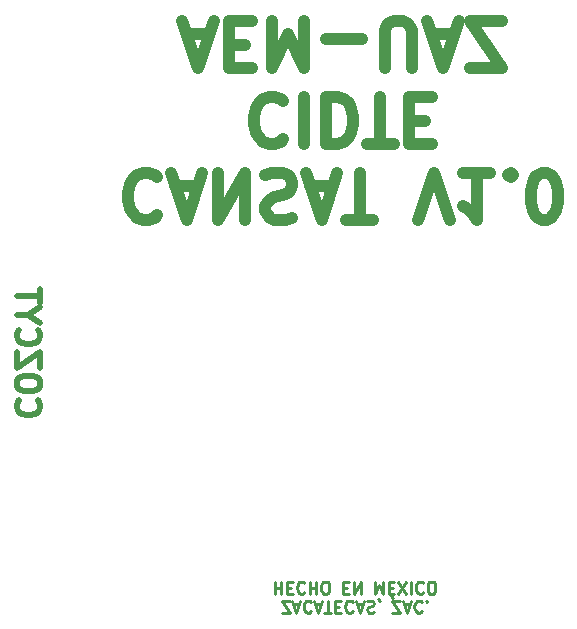
<source format=gbr>
%TF.GenerationSoftware,KiCad,Pcbnew,8.0.4*%
%TF.CreationDate,2024-08-09T17:24:51-06:00*%
%TF.ProjectId,ePotencia,65506f74-656e-4636-9961-2e6b69636164,rev?*%
%TF.SameCoordinates,Original*%
%TF.FileFunction,Legend,Bot*%
%TF.FilePolarity,Positive*%
%FSLAX46Y46*%
G04 Gerber Fmt 4.6, Leading zero omitted, Abs format (unit mm)*
G04 Created by KiCad (PCBNEW 8.0.4) date 2024-08-09 17:24:51*
%MOMM*%
%LPD*%
G01*
G04 APERTURE LIST*
%ADD10C,0.250000*%
%ADD11C,0.500000*%
%ADD12C,1.000000*%
G04 APERTURE END LIST*
D10*
X137209524Y-124605352D02*
X137876190Y-124605352D01*
X137876190Y-124605352D02*
X137209524Y-123605352D01*
X137209524Y-123605352D02*
X137876190Y-123605352D01*
X138209524Y-123891067D02*
X138685714Y-123891067D01*
X138114286Y-123605352D02*
X138447619Y-124605352D01*
X138447619Y-124605352D02*
X138780952Y-123605352D01*
X139685714Y-123700591D02*
X139638095Y-123652972D01*
X139638095Y-123652972D02*
X139495238Y-123605352D01*
X139495238Y-123605352D02*
X139400000Y-123605352D01*
X139400000Y-123605352D02*
X139257143Y-123652972D01*
X139257143Y-123652972D02*
X139161905Y-123748210D01*
X139161905Y-123748210D02*
X139114286Y-123843448D01*
X139114286Y-123843448D02*
X139066667Y-124033924D01*
X139066667Y-124033924D02*
X139066667Y-124176781D01*
X139066667Y-124176781D02*
X139114286Y-124367257D01*
X139114286Y-124367257D02*
X139161905Y-124462495D01*
X139161905Y-124462495D02*
X139257143Y-124557733D01*
X139257143Y-124557733D02*
X139400000Y-124605352D01*
X139400000Y-124605352D02*
X139495238Y-124605352D01*
X139495238Y-124605352D02*
X139638095Y-124557733D01*
X139638095Y-124557733D02*
X139685714Y-124510114D01*
X140066667Y-123891067D02*
X140542857Y-123891067D01*
X139971429Y-123605352D02*
X140304762Y-124605352D01*
X140304762Y-124605352D02*
X140638095Y-123605352D01*
X140828572Y-124605352D02*
X141400000Y-124605352D01*
X141114286Y-123605352D02*
X141114286Y-124605352D01*
X141733334Y-124129162D02*
X142066667Y-124129162D01*
X142209524Y-123605352D02*
X141733334Y-123605352D01*
X141733334Y-123605352D02*
X141733334Y-124605352D01*
X141733334Y-124605352D02*
X142209524Y-124605352D01*
X143209524Y-123700591D02*
X143161905Y-123652972D01*
X143161905Y-123652972D02*
X143019048Y-123605352D01*
X143019048Y-123605352D02*
X142923810Y-123605352D01*
X142923810Y-123605352D02*
X142780953Y-123652972D01*
X142780953Y-123652972D02*
X142685715Y-123748210D01*
X142685715Y-123748210D02*
X142638096Y-123843448D01*
X142638096Y-123843448D02*
X142590477Y-124033924D01*
X142590477Y-124033924D02*
X142590477Y-124176781D01*
X142590477Y-124176781D02*
X142638096Y-124367257D01*
X142638096Y-124367257D02*
X142685715Y-124462495D01*
X142685715Y-124462495D02*
X142780953Y-124557733D01*
X142780953Y-124557733D02*
X142923810Y-124605352D01*
X142923810Y-124605352D02*
X143019048Y-124605352D01*
X143019048Y-124605352D02*
X143161905Y-124557733D01*
X143161905Y-124557733D02*
X143209524Y-124510114D01*
X143590477Y-123891067D02*
X144066667Y-123891067D01*
X143495239Y-123605352D02*
X143828572Y-124605352D01*
X143828572Y-124605352D02*
X144161905Y-123605352D01*
X144447620Y-123652972D02*
X144590477Y-123605352D01*
X144590477Y-123605352D02*
X144828572Y-123605352D01*
X144828572Y-123605352D02*
X144923810Y-123652972D01*
X144923810Y-123652972D02*
X144971429Y-123700591D01*
X144971429Y-123700591D02*
X145019048Y-123795829D01*
X145019048Y-123795829D02*
X145019048Y-123891067D01*
X145019048Y-123891067D02*
X144971429Y-123986305D01*
X144971429Y-123986305D02*
X144923810Y-124033924D01*
X144923810Y-124033924D02*
X144828572Y-124081543D01*
X144828572Y-124081543D02*
X144638096Y-124129162D01*
X144638096Y-124129162D02*
X144542858Y-124176781D01*
X144542858Y-124176781D02*
X144495239Y-124224400D01*
X144495239Y-124224400D02*
X144447620Y-124319638D01*
X144447620Y-124319638D02*
X144447620Y-124414876D01*
X144447620Y-124414876D02*
X144495239Y-124510114D01*
X144495239Y-124510114D02*
X144542858Y-124557733D01*
X144542858Y-124557733D02*
X144638096Y-124605352D01*
X144638096Y-124605352D02*
X144876191Y-124605352D01*
X144876191Y-124605352D02*
X145019048Y-124557733D01*
X145495239Y-123652972D02*
X145495239Y-123605352D01*
X145495239Y-123605352D02*
X145447620Y-123510114D01*
X145447620Y-123510114D02*
X145400001Y-123462495D01*
X146590477Y-124605352D02*
X147257143Y-124605352D01*
X147257143Y-124605352D02*
X146590477Y-123605352D01*
X146590477Y-123605352D02*
X147257143Y-123605352D01*
X147590477Y-123891067D02*
X148066667Y-123891067D01*
X147495239Y-123605352D02*
X147828572Y-124605352D01*
X147828572Y-124605352D02*
X148161905Y-123605352D01*
X149066667Y-123700591D02*
X149019048Y-123652972D01*
X149019048Y-123652972D02*
X148876191Y-123605352D01*
X148876191Y-123605352D02*
X148780953Y-123605352D01*
X148780953Y-123605352D02*
X148638096Y-123652972D01*
X148638096Y-123652972D02*
X148542858Y-123748210D01*
X148542858Y-123748210D02*
X148495239Y-123843448D01*
X148495239Y-123843448D02*
X148447620Y-124033924D01*
X148447620Y-124033924D02*
X148447620Y-124176781D01*
X148447620Y-124176781D02*
X148495239Y-124367257D01*
X148495239Y-124367257D02*
X148542858Y-124462495D01*
X148542858Y-124462495D02*
X148638096Y-124557733D01*
X148638096Y-124557733D02*
X148780953Y-124605352D01*
X148780953Y-124605352D02*
X148876191Y-124605352D01*
X148876191Y-124605352D02*
X149019048Y-124557733D01*
X149019048Y-124557733D02*
X149066667Y-124510114D01*
X149495239Y-123700591D02*
X149542858Y-123652972D01*
X149542858Y-123652972D02*
X149495239Y-123605352D01*
X149495239Y-123605352D02*
X149447620Y-123652972D01*
X149447620Y-123652972D02*
X149495239Y-123700591D01*
X149495239Y-123700591D02*
X149495239Y-123605352D01*
X136614286Y-121995408D02*
X136614286Y-122995408D01*
X136614286Y-122519218D02*
X137185714Y-122519218D01*
X137185714Y-121995408D02*
X137185714Y-122995408D01*
X137661905Y-122519218D02*
X137995238Y-122519218D01*
X138138095Y-121995408D02*
X137661905Y-121995408D01*
X137661905Y-121995408D02*
X137661905Y-122995408D01*
X137661905Y-122995408D02*
X138138095Y-122995408D01*
X139138095Y-122090647D02*
X139090476Y-122043028D01*
X139090476Y-122043028D02*
X138947619Y-121995408D01*
X138947619Y-121995408D02*
X138852381Y-121995408D01*
X138852381Y-121995408D02*
X138709524Y-122043028D01*
X138709524Y-122043028D02*
X138614286Y-122138266D01*
X138614286Y-122138266D02*
X138566667Y-122233504D01*
X138566667Y-122233504D02*
X138519048Y-122423980D01*
X138519048Y-122423980D02*
X138519048Y-122566837D01*
X138519048Y-122566837D02*
X138566667Y-122757313D01*
X138566667Y-122757313D02*
X138614286Y-122852551D01*
X138614286Y-122852551D02*
X138709524Y-122947789D01*
X138709524Y-122947789D02*
X138852381Y-122995408D01*
X138852381Y-122995408D02*
X138947619Y-122995408D01*
X138947619Y-122995408D02*
X139090476Y-122947789D01*
X139090476Y-122947789D02*
X139138095Y-122900170D01*
X139566667Y-121995408D02*
X139566667Y-122995408D01*
X139566667Y-122519218D02*
X140138095Y-122519218D01*
X140138095Y-121995408D02*
X140138095Y-122995408D01*
X140804762Y-122995408D02*
X140995238Y-122995408D01*
X140995238Y-122995408D02*
X141090476Y-122947789D01*
X141090476Y-122947789D02*
X141185714Y-122852551D01*
X141185714Y-122852551D02*
X141233333Y-122662075D01*
X141233333Y-122662075D02*
X141233333Y-122328742D01*
X141233333Y-122328742D02*
X141185714Y-122138266D01*
X141185714Y-122138266D02*
X141090476Y-122043028D01*
X141090476Y-122043028D02*
X140995238Y-121995408D01*
X140995238Y-121995408D02*
X140804762Y-121995408D01*
X140804762Y-121995408D02*
X140709524Y-122043028D01*
X140709524Y-122043028D02*
X140614286Y-122138266D01*
X140614286Y-122138266D02*
X140566667Y-122328742D01*
X140566667Y-122328742D02*
X140566667Y-122662075D01*
X140566667Y-122662075D02*
X140614286Y-122852551D01*
X140614286Y-122852551D02*
X140709524Y-122947789D01*
X140709524Y-122947789D02*
X140804762Y-122995408D01*
X142423810Y-122519218D02*
X142757143Y-122519218D01*
X142900000Y-121995408D02*
X142423810Y-121995408D01*
X142423810Y-121995408D02*
X142423810Y-122995408D01*
X142423810Y-122995408D02*
X142900000Y-122995408D01*
X143328572Y-121995408D02*
X143328572Y-122995408D01*
X143328572Y-122995408D02*
X143900000Y-121995408D01*
X143900000Y-121995408D02*
X143900000Y-122995408D01*
X145138096Y-121995408D02*
X145138096Y-122995408D01*
X145138096Y-122995408D02*
X145471429Y-122281123D01*
X145471429Y-122281123D02*
X145804762Y-122995408D01*
X145804762Y-122995408D02*
X145804762Y-121995408D01*
X146280953Y-122519218D02*
X146614286Y-122519218D01*
X146757143Y-121995408D02*
X146280953Y-121995408D01*
X146280953Y-121995408D02*
X146280953Y-122995408D01*
X146280953Y-122995408D02*
X146757143Y-122995408D01*
X146614286Y-123376361D02*
X146471429Y-123233504D01*
X147090477Y-122995408D02*
X147757143Y-121995408D01*
X147757143Y-122995408D02*
X147090477Y-121995408D01*
X148138096Y-121995408D02*
X148138096Y-122995408D01*
X149185714Y-122090647D02*
X149138095Y-122043028D01*
X149138095Y-122043028D02*
X148995238Y-121995408D01*
X148995238Y-121995408D02*
X148900000Y-121995408D01*
X148900000Y-121995408D02*
X148757143Y-122043028D01*
X148757143Y-122043028D02*
X148661905Y-122138266D01*
X148661905Y-122138266D02*
X148614286Y-122233504D01*
X148614286Y-122233504D02*
X148566667Y-122423980D01*
X148566667Y-122423980D02*
X148566667Y-122566837D01*
X148566667Y-122566837D02*
X148614286Y-122757313D01*
X148614286Y-122757313D02*
X148661905Y-122852551D01*
X148661905Y-122852551D02*
X148757143Y-122947789D01*
X148757143Y-122947789D02*
X148900000Y-122995408D01*
X148900000Y-122995408D02*
X148995238Y-122995408D01*
X148995238Y-122995408D02*
X149138095Y-122947789D01*
X149138095Y-122947789D02*
X149185714Y-122900170D01*
X149804762Y-122995408D02*
X149995238Y-122995408D01*
X149995238Y-122995408D02*
X150090476Y-122947789D01*
X150090476Y-122947789D02*
X150185714Y-122852551D01*
X150185714Y-122852551D02*
X150233333Y-122662075D01*
X150233333Y-122662075D02*
X150233333Y-122328742D01*
X150233333Y-122328742D02*
X150185714Y-122138266D01*
X150185714Y-122138266D02*
X150090476Y-122043028D01*
X150090476Y-122043028D02*
X149995238Y-121995408D01*
X149995238Y-121995408D02*
X149804762Y-121995408D01*
X149804762Y-121995408D02*
X149709524Y-122043028D01*
X149709524Y-122043028D02*
X149614286Y-122138266D01*
X149614286Y-122138266D02*
X149566667Y-122328742D01*
X149566667Y-122328742D02*
X149566667Y-122662075D01*
X149566667Y-122662075D02*
X149614286Y-122852551D01*
X149614286Y-122852551D02*
X149709524Y-122947789D01*
X149709524Y-122947789D02*
X149804762Y-122995408D01*
D11*
X114966238Y-106643174D02*
X114871000Y-106738412D01*
X114871000Y-106738412D02*
X114775761Y-107024126D01*
X114775761Y-107024126D02*
X114775761Y-107214602D01*
X114775761Y-107214602D02*
X114871000Y-107500317D01*
X114871000Y-107500317D02*
X115061476Y-107690793D01*
X115061476Y-107690793D02*
X115251952Y-107786031D01*
X115251952Y-107786031D02*
X115632904Y-107881269D01*
X115632904Y-107881269D02*
X115918619Y-107881269D01*
X115918619Y-107881269D02*
X116299571Y-107786031D01*
X116299571Y-107786031D02*
X116490047Y-107690793D01*
X116490047Y-107690793D02*
X116680523Y-107500317D01*
X116680523Y-107500317D02*
X116775761Y-107214602D01*
X116775761Y-107214602D02*
X116775761Y-107024126D01*
X116775761Y-107024126D02*
X116680523Y-106738412D01*
X116680523Y-106738412D02*
X116585285Y-106643174D01*
X116775761Y-105405079D02*
X116775761Y-105024126D01*
X116775761Y-105024126D02*
X116680523Y-104833650D01*
X116680523Y-104833650D02*
X116490047Y-104643174D01*
X116490047Y-104643174D02*
X116109095Y-104547936D01*
X116109095Y-104547936D02*
X115442428Y-104547936D01*
X115442428Y-104547936D02*
X115061476Y-104643174D01*
X115061476Y-104643174D02*
X114871000Y-104833650D01*
X114871000Y-104833650D02*
X114775761Y-105024126D01*
X114775761Y-105024126D02*
X114775761Y-105405079D01*
X114775761Y-105405079D02*
X114871000Y-105595555D01*
X114871000Y-105595555D02*
X115061476Y-105786031D01*
X115061476Y-105786031D02*
X115442428Y-105881269D01*
X115442428Y-105881269D02*
X116109095Y-105881269D01*
X116109095Y-105881269D02*
X116490047Y-105786031D01*
X116490047Y-105786031D02*
X116680523Y-105595555D01*
X116680523Y-105595555D02*
X116775761Y-105405079D01*
X116775761Y-103881269D02*
X116775761Y-102547936D01*
X116775761Y-102547936D02*
X114775761Y-103881269D01*
X114775761Y-103881269D02*
X114775761Y-102547936D01*
X114966238Y-100643174D02*
X114871000Y-100738412D01*
X114871000Y-100738412D02*
X114775761Y-101024126D01*
X114775761Y-101024126D02*
X114775761Y-101214602D01*
X114775761Y-101214602D02*
X114871000Y-101500317D01*
X114871000Y-101500317D02*
X115061476Y-101690793D01*
X115061476Y-101690793D02*
X115251952Y-101786031D01*
X115251952Y-101786031D02*
X115632904Y-101881269D01*
X115632904Y-101881269D02*
X115918619Y-101881269D01*
X115918619Y-101881269D02*
X116299571Y-101786031D01*
X116299571Y-101786031D02*
X116490047Y-101690793D01*
X116490047Y-101690793D02*
X116680523Y-101500317D01*
X116680523Y-101500317D02*
X116775761Y-101214602D01*
X116775761Y-101214602D02*
X116775761Y-101024126D01*
X116775761Y-101024126D02*
X116680523Y-100738412D01*
X116680523Y-100738412D02*
X116585285Y-100643174D01*
X115728142Y-99405079D02*
X114775761Y-99405079D01*
X116775761Y-100071745D02*
X115728142Y-99405079D01*
X115728142Y-99405079D02*
X116775761Y-98738412D01*
X116775761Y-98357459D02*
X116775761Y-97214602D01*
X114775761Y-97786031D02*
X116775761Y-97786031D01*
D12*
X126685715Y-87747252D02*
X126495239Y-87556776D01*
X126495239Y-87556776D02*
X125923810Y-87366299D01*
X125923810Y-87366299D02*
X125542858Y-87366299D01*
X125542858Y-87366299D02*
X124971429Y-87556776D01*
X124971429Y-87556776D02*
X124590477Y-87937728D01*
X124590477Y-87937728D02*
X124400000Y-88318680D01*
X124400000Y-88318680D02*
X124209524Y-89080585D01*
X124209524Y-89080585D02*
X124209524Y-89652014D01*
X124209524Y-89652014D02*
X124400000Y-90413918D01*
X124400000Y-90413918D02*
X124590477Y-90794871D01*
X124590477Y-90794871D02*
X124971429Y-91175823D01*
X124971429Y-91175823D02*
X125542858Y-91366299D01*
X125542858Y-91366299D02*
X125923810Y-91366299D01*
X125923810Y-91366299D02*
X126495239Y-91175823D01*
X126495239Y-91175823D02*
X126685715Y-90985347D01*
X128209524Y-88509156D02*
X130114286Y-88509156D01*
X127828572Y-87366299D02*
X129161905Y-91366299D01*
X129161905Y-91366299D02*
X130495239Y-87366299D01*
X131828571Y-87366299D02*
X131828571Y-91366299D01*
X131828571Y-91366299D02*
X134114286Y-87366299D01*
X134114286Y-87366299D02*
X134114286Y-91366299D01*
X135828571Y-87556776D02*
X136400000Y-87366299D01*
X136400000Y-87366299D02*
X137352381Y-87366299D01*
X137352381Y-87366299D02*
X137733333Y-87556776D01*
X137733333Y-87556776D02*
X137923809Y-87747252D01*
X137923809Y-87747252D02*
X138114286Y-88128204D01*
X138114286Y-88128204D02*
X138114286Y-88509156D01*
X138114286Y-88509156D02*
X137923809Y-88890109D01*
X137923809Y-88890109D02*
X137733333Y-89080585D01*
X137733333Y-89080585D02*
X137352381Y-89271061D01*
X137352381Y-89271061D02*
X136590476Y-89461537D01*
X136590476Y-89461537D02*
X136209524Y-89652014D01*
X136209524Y-89652014D02*
X136019047Y-89842490D01*
X136019047Y-89842490D02*
X135828571Y-90223442D01*
X135828571Y-90223442D02*
X135828571Y-90604395D01*
X135828571Y-90604395D02*
X136019047Y-90985347D01*
X136019047Y-90985347D02*
X136209524Y-91175823D01*
X136209524Y-91175823D02*
X136590476Y-91366299D01*
X136590476Y-91366299D02*
X137542857Y-91366299D01*
X137542857Y-91366299D02*
X138114286Y-91175823D01*
X139638095Y-88509156D02*
X141542857Y-88509156D01*
X139257143Y-87366299D02*
X140590476Y-91366299D01*
X140590476Y-91366299D02*
X141923810Y-87366299D01*
X142685714Y-91366299D02*
X144971428Y-91366299D01*
X143828571Y-87366299D02*
X143828571Y-91366299D01*
X148780952Y-91366299D02*
X150114285Y-87366299D01*
X150114285Y-87366299D02*
X151447619Y-91366299D01*
X154876190Y-87366299D02*
X152590475Y-87366299D01*
X153733332Y-87366299D02*
X153733332Y-91366299D01*
X153733332Y-91366299D02*
X153352380Y-90794871D01*
X153352380Y-90794871D02*
X152971428Y-90413918D01*
X152971428Y-90413918D02*
X152590475Y-90223442D01*
X156590475Y-87747252D02*
X156780952Y-87556776D01*
X156780952Y-87556776D02*
X156590475Y-87366299D01*
X156590475Y-87366299D02*
X156399999Y-87556776D01*
X156399999Y-87556776D02*
X156590475Y-87747252D01*
X156590475Y-87747252D02*
X156590475Y-87366299D01*
X159257142Y-91366299D02*
X159638095Y-91366299D01*
X159638095Y-91366299D02*
X160019047Y-91175823D01*
X160019047Y-91175823D02*
X160209523Y-90985347D01*
X160209523Y-90985347D02*
X160399999Y-90604395D01*
X160399999Y-90604395D02*
X160590476Y-89842490D01*
X160590476Y-89842490D02*
X160590476Y-88890109D01*
X160590476Y-88890109D02*
X160399999Y-88128204D01*
X160399999Y-88128204D02*
X160209523Y-87747252D01*
X160209523Y-87747252D02*
X160019047Y-87556776D01*
X160019047Y-87556776D02*
X159638095Y-87366299D01*
X159638095Y-87366299D02*
X159257142Y-87366299D01*
X159257142Y-87366299D02*
X158876190Y-87556776D01*
X158876190Y-87556776D02*
X158685714Y-87747252D01*
X158685714Y-87747252D02*
X158495237Y-88128204D01*
X158495237Y-88128204D02*
X158304761Y-88890109D01*
X158304761Y-88890109D02*
X158304761Y-89842490D01*
X158304761Y-89842490D02*
X158495237Y-90604395D01*
X158495237Y-90604395D02*
X158685714Y-90985347D01*
X158685714Y-90985347D02*
X158876190Y-91175823D01*
X158876190Y-91175823D02*
X159257142Y-91366299D01*
X137352381Y-81307476D02*
X137161905Y-81117000D01*
X137161905Y-81117000D02*
X136590476Y-80926523D01*
X136590476Y-80926523D02*
X136209524Y-80926523D01*
X136209524Y-80926523D02*
X135638095Y-81117000D01*
X135638095Y-81117000D02*
X135257143Y-81497952D01*
X135257143Y-81497952D02*
X135066666Y-81878904D01*
X135066666Y-81878904D02*
X134876190Y-82640809D01*
X134876190Y-82640809D02*
X134876190Y-83212238D01*
X134876190Y-83212238D02*
X135066666Y-83974142D01*
X135066666Y-83974142D02*
X135257143Y-84355095D01*
X135257143Y-84355095D02*
X135638095Y-84736047D01*
X135638095Y-84736047D02*
X136209524Y-84926523D01*
X136209524Y-84926523D02*
X136590476Y-84926523D01*
X136590476Y-84926523D02*
X137161905Y-84736047D01*
X137161905Y-84736047D02*
X137352381Y-84545571D01*
X139066666Y-80926523D02*
X139066666Y-84926523D01*
X140971428Y-80926523D02*
X140971428Y-84926523D01*
X140971428Y-84926523D02*
X141923809Y-84926523D01*
X141923809Y-84926523D02*
X142495238Y-84736047D01*
X142495238Y-84736047D02*
X142876190Y-84355095D01*
X142876190Y-84355095D02*
X143066667Y-83974142D01*
X143066667Y-83974142D02*
X143257143Y-83212238D01*
X143257143Y-83212238D02*
X143257143Y-82640809D01*
X143257143Y-82640809D02*
X143066667Y-81878904D01*
X143066667Y-81878904D02*
X142876190Y-81497952D01*
X142876190Y-81497952D02*
X142495238Y-81117000D01*
X142495238Y-81117000D02*
X141923809Y-80926523D01*
X141923809Y-80926523D02*
X140971428Y-80926523D01*
X144400000Y-84926523D02*
X146685714Y-84926523D01*
X145542857Y-80926523D02*
X145542857Y-84926523D01*
X148019047Y-83021761D02*
X149352381Y-83021761D01*
X149923809Y-80926523D02*
X148019047Y-80926523D01*
X148019047Y-80926523D02*
X148019047Y-84926523D01*
X148019047Y-84926523D02*
X149923809Y-84926523D01*
X129161904Y-75629604D02*
X131066666Y-75629604D01*
X128780952Y-74486747D02*
X130114285Y-78486747D01*
X130114285Y-78486747D02*
X131447619Y-74486747D01*
X132780951Y-76581985D02*
X134114285Y-76581985D01*
X134685713Y-74486747D02*
X132780951Y-74486747D01*
X132780951Y-74486747D02*
X132780951Y-78486747D01*
X132780951Y-78486747D02*
X134685713Y-78486747D01*
X136399999Y-74486747D02*
X136399999Y-78486747D01*
X136399999Y-78486747D02*
X137733333Y-75629604D01*
X137733333Y-75629604D02*
X139066666Y-78486747D01*
X139066666Y-78486747D02*
X139066666Y-74486747D01*
X140971428Y-76010557D02*
X144019048Y-76010557D01*
X145923809Y-78486747D02*
X145923809Y-75248652D01*
X145923809Y-75248652D02*
X146114286Y-74867700D01*
X146114286Y-74867700D02*
X146304762Y-74677224D01*
X146304762Y-74677224D02*
X146685714Y-74486747D01*
X146685714Y-74486747D02*
X147447619Y-74486747D01*
X147447619Y-74486747D02*
X147828571Y-74677224D01*
X147828571Y-74677224D02*
X148019048Y-74867700D01*
X148019048Y-74867700D02*
X148209524Y-75248652D01*
X148209524Y-75248652D02*
X148209524Y-78486747D01*
X149923809Y-75629604D02*
X151828571Y-75629604D01*
X149542857Y-74486747D02*
X150876190Y-78486747D01*
X150876190Y-78486747D02*
X152209524Y-74486747D01*
X153161904Y-78486747D02*
X155828571Y-78486747D01*
X155828571Y-78486747D02*
X153161904Y-74486747D01*
X153161904Y-74486747D02*
X155828571Y-74486747D01*
M02*

</source>
